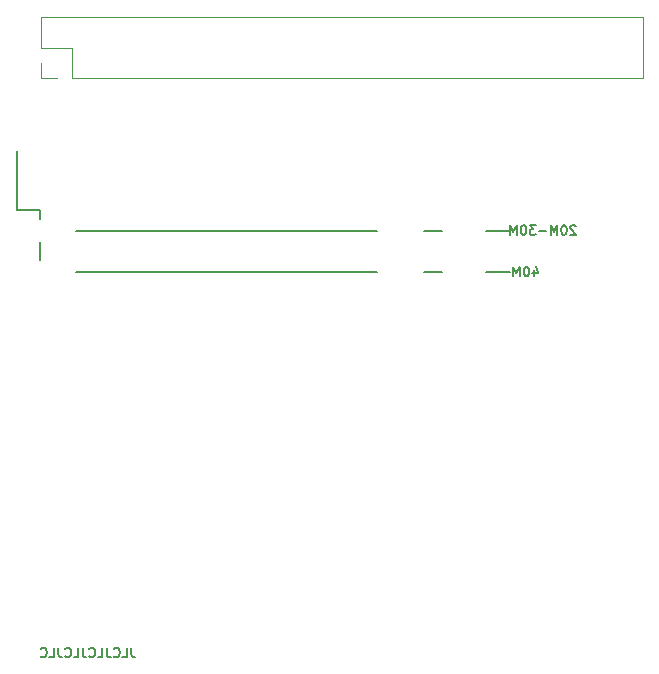
<source format=gbr>
%TF.GenerationSoftware,KiCad,Pcbnew,7.0.9*%
%TF.CreationDate,2024-04-30T18:34:20-07:00*%
%TF.ProjectId,WSPRzero,57535052-7a65-4726-9f2e-6b696361645f,rev?*%
%TF.SameCoordinates,Original*%
%TF.FileFunction,Legend,Bot*%
%TF.FilePolarity,Positive*%
%FSLAX46Y46*%
G04 Gerber Fmt 4.6, Leading zero omitted, Abs format (unit mm)*
G04 Created by KiCad (PCBNEW 7.0.9) date 2024-04-30 18:34:20*
%MOMM*%
%LPD*%
G01*
G04 APERTURE LIST*
%ADD10C,0.180000*%
%ADD11C,0.150000*%
%ADD12C,0.120000*%
%ADD13C,5.600000*%
%ADD14R,1.350000X1.350000*%
%ADD15O,1.350000X1.350000*%
%ADD16C,0.787400*%
%ADD17C,2.050000*%
%ADD18C,2.250000*%
%ADD19R,1.700000X1.700000*%
%ADD20O,1.700000X1.700000*%
G04 APERTURE END LIST*
D10*
X94750000Y-69000000D02*
X96750000Y-69000000D01*
X94750000Y-72500000D02*
X96750000Y-72500000D01*
X57000000Y-70000000D02*
X57000000Y-71500000D01*
X55000000Y-62250000D02*
X55000000Y-67250000D01*
X55000000Y-67250000D02*
X57000000Y-67250000D01*
X91000000Y-72500000D02*
X89500000Y-72500000D01*
X85500000Y-72500000D02*
X60000000Y-72500000D01*
X91000000Y-69000000D02*
X89500000Y-69000000D01*
X57000000Y-67250000D02*
X57000000Y-68000000D01*
X85500000Y-69000000D02*
X60000000Y-69000000D01*
D11*
X98753446Y-72328961D02*
X98753446Y-72862295D01*
X98943922Y-72024200D02*
X99134399Y-72595628D01*
X99134399Y-72595628D02*
X98639160Y-72595628D01*
X98182017Y-72062295D02*
X98105827Y-72062295D01*
X98105827Y-72062295D02*
X98029636Y-72100390D01*
X98029636Y-72100390D02*
X97991541Y-72138485D01*
X97991541Y-72138485D02*
X97953446Y-72214676D01*
X97953446Y-72214676D02*
X97915351Y-72367057D01*
X97915351Y-72367057D02*
X97915351Y-72557533D01*
X97915351Y-72557533D02*
X97953446Y-72709914D01*
X97953446Y-72709914D02*
X97991541Y-72786104D01*
X97991541Y-72786104D02*
X98029636Y-72824200D01*
X98029636Y-72824200D02*
X98105827Y-72862295D01*
X98105827Y-72862295D02*
X98182017Y-72862295D01*
X98182017Y-72862295D02*
X98258208Y-72824200D01*
X98258208Y-72824200D02*
X98296303Y-72786104D01*
X98296303Y-72786104D02*
X98334398Y-72709914D01*
X98334398Y-72709914D02*
X98372494Y-72557533D01*
X98372494Y-72557533D02*
X98372494Y-72367057D01*
X98372494Y-72367057D02*
X98334398Y-72214676D01*
X98334398Y-72214676D02*
X98296303Y-72138485D01*
X98296303Y-72138485D02*
X98258208Y-72100390D01*
X98258208Y-72100390D02*
X98182017Y-72062295D01*
X97572493Y-72862295D02*
X97572493Y-72062295D01*
X97572493Y-72062295D02*
X97305827Y-72633723D01*
X97305827Y-72633723D02*
X97039160Y-72062295D01*
X97039160Y-72062295D02*
X97039160Y-72862295D01*
X102312971Y-68638485D02*
X102274875Y-68600390D01*
X102274875Y-68600390D02*
X102198685Y-68562295D01*
X102198685Y-68562295D02*
X102008209Y-68562295D01*
X102008209Y-68562295D02*
X101932018Y-68600390D01*
X101932018Y-68600390D02*
X101893923Y-68638485D01*
X101893923Y-68638485D02*
X101855828Y-68714676D01*
X101855828Y-68714676D02*
X101855828Y-68790866D01*
X101855828Y-68790866D02*
X101893923Y-68905152D01*
X101893923Y-68905152D02*
X102351066Y-69362295D01*
X102351066Y-69362295D02*
X101855828Y-69362295D01*
X101360589Y-68562295D02*
X101284399Y-68562295D01*
X101284399Y-68562295D02*
X101208208Y-68600390D01*
X101208208Y-68600390D02*
X101170113Y-68638485D01*
X101170113Y-68638485D02*
X101132018Y-68714676D01*
X101132018Y-68714676D02*
X101093923Y-68867057D01*
X101093923Y-68867057D02*
X101093923Y-69057533D01*
X101093923Y-69057533D02*
X101132018Y-69209914D01*
X101132018Y-69209914D02*
X101170113Y-69286104D01*
X101170113Y-69286104D02*
X101208208Y-69324200D01*
X101208208Y-69324200D02*
X101284399Y-69362295D01*
X101284399Y-69362295D02*
X101360589Y-69362295D01*
X101360589Y-69362295D02*
X101436780Y-69324200D01*
X101436780Y-69324200D02*
X101474875Y-69286104D01*
X101474875Y-69286104D02*
X101512970Y-69209914D01*
X101512970Y-69209914D02*
X101551066Y-69057533D01*
X101551066Y-69057533D02*
X101551066Y-68867057D01*
X101551066Y-68867057D02*
X101512970Y-68714676D01*
X101512970Y-68714676D02*
X101474875Y-68638485D01*
X101474875Y-68638485D02*
X101436780Y-68600390D01*
X101436780Y-68600390D02*
X101360589Y-68562295D01*
X100751065Y-69362295D02*
X100751065Y-68562295D01*
X100751065Y-68562295D02*
X100484399Y-69133723D01*
X100484399Y-69133723D02*
X100217732Y-68562295D01*
X100217732Y-68562295D02*
X100217732Y-69362295D01*
X99836779Y-69057533D02*
X99227256Y-69057533D01*
X98922494Y-68562295D02*
X98427256Y-68562295D01*
X98427256Y-68562295D02*
X98693922Y-68867057D01*
X98693922Y-68867057D02*
X98579637Y-68867057D01*
X98579637Y-68867057D02*
X98503446Y-68905152D01*
X98503446Y-68905152D02*
X98465351Y-68943247D01*
X98465351Y-68943247D02*
X98427256Y-69019438D01*
X98427256Y-69019438D02*
X98427256Y-69209914D01*
X98427256Y-69209914D02*
X98465351Y-69286104D01*
X98465351Y-69286104D02*
X98503446Y-69324200D01*
X98503446Y-69324200D02*
X98579637Y-69362295D01*
X98579637Y-69362295D02*
X98808208Y-69362295D01*
X98808208Y-69362295D02*
X98884399Y-69324200D01*
X98884399Y-69324200D02*
X98922494Y-69286104D01*
X97932017Y-68562295D02*
X97855827Y-68562295D01*
X97855827Y-68562295D02*
X97779636Y-68600390D01*
X97779636Y-68600390D02*
X97741541Y-68638485D01*
X97741541Y-68638485D02*
X97703446Y-68714676D01*
X97703446Y-68714676D02*
X97665351Y-68867057D01*
X97665351Y-68867057D02*
X97665351Y-69057533D01*
X97665351Y-69057533D02*
X97703446Y-69209914D01*
X97703446Y-69209914D02*
X97741541Y-69286104D01*
X97741541Y-69286104D02*
X97779636Y-69324200D01*
X97779636Y-69324200D02*
X97855827Y-69362295D01*
X97855827Y-69362295D02*
X97932017Y-69362295D01*
X97932017Y-69362295D02*
X98008208Y-69324200D01*
X98008208Y-69324200D02*
X98046303Y-69286104D01*
X98046303Y-69286104D02*
X98084398Y-69209914D01*
X98084398Y-69209914D02*
X98122494Y-69057533D01*
X98122494Y-69057533D02*
X98122494Y-68867057D01*
X98122494Y-68867057D02*
X98084398Y-68714676D01*
X98084398Y-68714676D02*
X98046303Y-68638485D01*
X98046303Y-68638485D02*
X98008208Y-68600390D01*
X98008208Y-68600390D02*
X97932017Y-68562295D01*
X97322493Y-69362295D02*
X97322493Y-68562295D01*
X97322493Y-68562295D02*
X97055827Y-69133723D01*
X97055827Y-69133723D02*
X96789160Y-68562295D01*
X96789160Y-68562295D02*
X96789160Y-69362295D01*
X64695238Y-104312295D02*
X64695238Y-104883723D01*
X64695238Y-104883723D02*
X64733333Y-104998009D01*
X64733333Y-104998009D02*
X64809524Y-105074200D01*
X64809524Y-105074200D02*
X64923809Y-105112295D01*
X64923809Y-105112295D02*
X65000000Y-105112295D01*
X63933333Y-105112295D02*
X64314285Y-105112295D01*
X64314285Y-105112295D02*
X64314285Y-104312295D01*
X63209523Y-105036104D02*
X63247619Y-105074200D01*
X63247619Y-105074200D02*
X63361904Y-105112295D01*
X63361904Y-105112295D02*
X63438095Y-105112295D01*
X63438095Y-105112295D02*
X63552381Y-105074200D01*
X63552381Y-105074200D02*
X63628571Y-104998009D01*
X63628571Y-104998009D02*
X63666666Y-104921819D01*
X63666666Y-104921819D02*
X63704762Y-104769438D01*
X63704762Y-104769438D02*
X63704762Y-104655152D01*
X63704762Y-104655152D02*
X63666666Y-104502771D01*
X63666666Y-104502771D02*
X63628571Y-104426580D01*
X63628571Y-104426580D02*
X63552381Y-104350390D01*
X63552381Y-104350390D02*
X63438095Y-104312295D01*
X63438095Y-104312295D02*
X63361904Y-104312295D01*
X63361904Y-104312295D02*
X63247619Y-104350390D01*
X63247619Y-104350390D02*
X63209523Y-104388485D01*
X62638095Y-104312295D02*
X62638095Y-104883723D01*
X62638095Y-104883723D02*
X62676190Y-104998009D01*
X62676190Y-104998009D02*
X62752381Y-105074200D01*
X62752381Y-105074200D02*
X62866666Y-105112295D01*
X62866666Y-105112295D02*
X62942857Y-105112295D01*
X61876190Y-105112295D02*
X62257142Y-105112295D01*
X62257142Y-105112295D02*
X62257142Y-104312295D01*
X61152380Y-105036104D02*
X61190476Y-105074200D01*
X61190476Y-105074200D02*
X61304761Y-105112295D01*
X61304761Y-105112295D02*
X61380952Y-105112295D01*
X61380952Y-105112295D02*
X61495238Y-105074200D01*
X61495238Y-105074200D02*
X61571428Y-104998009D01*
X61571428Y-104998009D02*
X61609523Y-104921819D01*
X61609523Y-104921819D02*
X61647619Y-104769438D01*
X61647619Y-104769438D02*
X61647619Y-104655152D01*
X61647619Y-104655152D02*
X61609523Y-104502771D01*
X61609523Y-104502771D02*
X61571428Y-104426580D01*
X61571428Y-104426580D02*
X61495238Y-104350390D01*
X61495238Y-104350390D02*
X61380952Y-104312295D01*
X61380952Y-104312295D02*
X61304761Y-104312295D01*
X61304761Y-104312295D02*
X61190476Y-104350390D01*
X61190476Y-104350390D02*
X61152380Y-104388485D01*
X60580952Y-104312295D02*
X60580952Y-104883723D01*
X60580952Y-104883723D02*
X60619047Y-104998009D01*
X60619047Y-104998009D02*
X60695238Y-105074200D01*
X60695238Y-105074200D02*
X60809523Y-105112295D01*
X60809523Y-105112295D02*
X60885714Y-105112295D01*
X59819047Y-105112295D02*
X60199999Y-105112295D01*
X60199999Y-105112295D02*
X60199999Y-104312295D01*
X59095237Y-105036104D02*
X59133333Y-105074200D01*
X59133333Y-105074200D02*
X59247618Y-105112295D01*
X59247618Y-105112295D02*
X59323809Y-105112295D01*
X59323809Y-105112295D02*
X59438095Y-105074200D01*
X59438095Y-105074200D02*
X59514285Y-104998009D01*
X59514285Y-104998009D02*
X59552380Y-104921819D01*
X59552380Y-104921819D02*
X59590476Y-104769438D01*
X59590476Y-104769438D02*
X59590476Y-104655152D01*
X59590476Y-104655152D02*
X59552380Y-104502771D01*
X59552380Y-104502771D02*
X59514285Y-104426580D01*
X59514285Y-104426580D02*
X59438095Y-104350390D01*
X59438095Y-104350390D02*
X59323809Y-104312295D01*
X59323809Y-104312295D02*
X59247618Y-104312295D01*
X59247618Y-104312295D02*
X59133333Y-104350390D01*
X59133333Y-104350390D02*
X59095237Y-104388485D01*
X58523809Y-104312295D02*
X58523809Y-104883723D01*
X58523809Y-104883723D02*
X58561904Y-104998009D01*
X58561904Y-104998009D02*
X58638095Y-105074200D01*
X58638095Y-105074200D02*
X58752380Y-105112295D01*
X58752380Y-105112295D02*
X58828571Y-105112295D01*
X57761904Y-105112295D02*
X58142856Y-105112295D01*
X58142856Y-105112295D02*
X58142856Y-104312295D01*
X57038094Y-105036104D02*
X57076190Y-105074200D01*
X57076190Y-105074200D02*
X57190475Y-105112295D01*
X57190475Y-105112295D02*
X57266666Y-105112295D01*
X57266666Y-105112295D02*
X57380952Y-105074200D01*
X57380952Y-105074200D02*
X57457142Y-104998009D01*
X57457142Y-104998009D02*
X57495237Y-104921819D01*
X57495237Y-104921819D02*
X57533333Y-104769438D01*
X57533333Y-104769438D02*
X57533333Y-104655152D01*
X57533333Y-104655152D02*
X57495237Y-104502771D01*
X57495237Y-104502771D02*
X57457142Y-104426580D01*
X57457142Y-104426580D02*
X57380952Y-104350390D01*
X57380952Y-104350390D02*
X57266666Y-104312295D01*
X57266666Y-104312295D02*
X57190475Y-104312295D01*
X57190475Y-104312295D02*
X57076190Y-104350390D01*
X57076190Y-104350390D02*
X57038094Y-104388485D01*
D12*
%TO.C,J2*%
X107990000Y-50920000D02*
X107990000Y-56120000D01*
X57070000Y-50920000D02*
X107990000Y-50920000D01*
X57070000Y-50920000D02*
X57070000Y-53520000D01*
X59670000Y-53520000D02*
X59670000Y-56120000D01*
X57070000Y-53520000D02*
X59670000Y-53520000D01*
X57070000Y-54790000D02*
X57070000Y-56120000D01*
X59670000Y-56120000D02*
X107990000Y-56120000D01*
X57070000Y-56120000D02*
X58400000Y-56120000D01*
%TD*%
%LPC*%
D13*
%TO.C,H3*%
X111500000Y-76500000D03*
%TD*%
D14*
%TO.C,J4*%
X93750000Y-69000000D03*
D15*
X91750000Y-69000000D03*
%TD*%
D16*
%TO.C,H6*%
X104460000Y-79746000D03*
X105730000Y-79746000D03*
X107000000Y-79746000D03*
X108270000Y-79746000D03*
X109540000Y-79746000D03*
%TD*%
D14*
%TO.C,J9*%
X59000000Y-69000000D03*
D15*
X57000000Y-69000000D03*
%TD*%
D16*
%TO.C,H7*%
X60460000Y-79746000D03*
X61730000Y-79746000D03*
X63000000Y-79746000D03*
X64270000Y-79746000D03*
X65540000Y-79746000D03*
%TD*%
D14*
%TO.C,J1*%
X93750000Y-72500000D03*
D15*
X91750000Y-72500000D03*
%TD*%
D14*
%TO.C,J7*%
X88500000Y-69000000D03*
D15*
X86500000Y-69000000D03*
%TD*%
D17*
%TO.C,J3*%
X55000000Y-61250000D03*
D18*
X57540000Y-58710000D03*
X52460000Y-58710000D03*
X57540000Y-63790000D03*
X52460000Y-63790000D03*
%TD*%
D13*
%TO.C,H2*%
X111500000Y-53500000D03*
%TD*%
%TO.C,H1*%
X53500000Y-53500000D03*
%TD*%
%TO.C,H5*%
X53500000Y-102500000D03*
%TD*%
%TO.C,H4*%
X111500000Y-102500000D03*
%TD*%
D14*
%TO.C,J5*%
X88500000Y-72500000D03*
D15*
X86500000Y-72500000D03*
%TD*%
D19*
%TO.C,J6*%
X112275000Y-71275000D03*
D20*
X109735000Y-71275000D03*
X112275000Y-68735000D03*
X109735000Y-68735000D03*
X112275000Y-66195000D03*
X109735000Y-66195000D03*
%TD*%
D14*
%TO.C,J8*%
X59000000Y-72500000D03*
D15*
X57000000Y-72500000D03*
%TD*%
D19*
%TO.C,J2*%
X58400000Y-54790000D03*
D20*
X58400000Y-52250000D03*
X60940000Y-54790000D03*
X60940000Y-52250000D03*
X63480000Y-54790000D03*
X63480000Y-52250000D03*
X66020000Y-54790000D03*
X66020000Y-52250000D03*
X68560000Y-54790000D03*
X68560000Y-52250000D03*
X71100000Y-54790000D03*
X71100000Y-52250000D03*
X73640000Y-54790000D03*
X73640000Y-52250000D03*
X76180000Y-54790000D03*
X76180000Y-52250000D03*
X78720000Y-54790000D03*
X78720000Y-52250000D03*
X81260000Y-54790000D03*
X81260000Y-52250000D03*
X83800000Y-54790000D03*
X83800000Y-52250000D03*
X86340000Y-54790000D03*
X86340000Y-52250000D03*
X88880000Y-54790000D03*
X88880000Y-52250000D03*
X91420000Y-54790000D03*
X91420000Y-52250000D03*
X93960000Y-54790000D03*
X93960000Y-52250000D03*
X96500000Y-54790000D03*
X96500000Y-52250000D03*
X99040000Y-54790000D03*
X99040000Y-52250000D03*
X101580000Y-54790000D03*
X101580000Y-52250000D03*
X104120000Y-54790000D03*
X104120000Y-52250000D03*
X106660000Y-54790000D03*
X106660000Y-52250000D03*
%TD*%
%LPD*%
M02*

</source>
